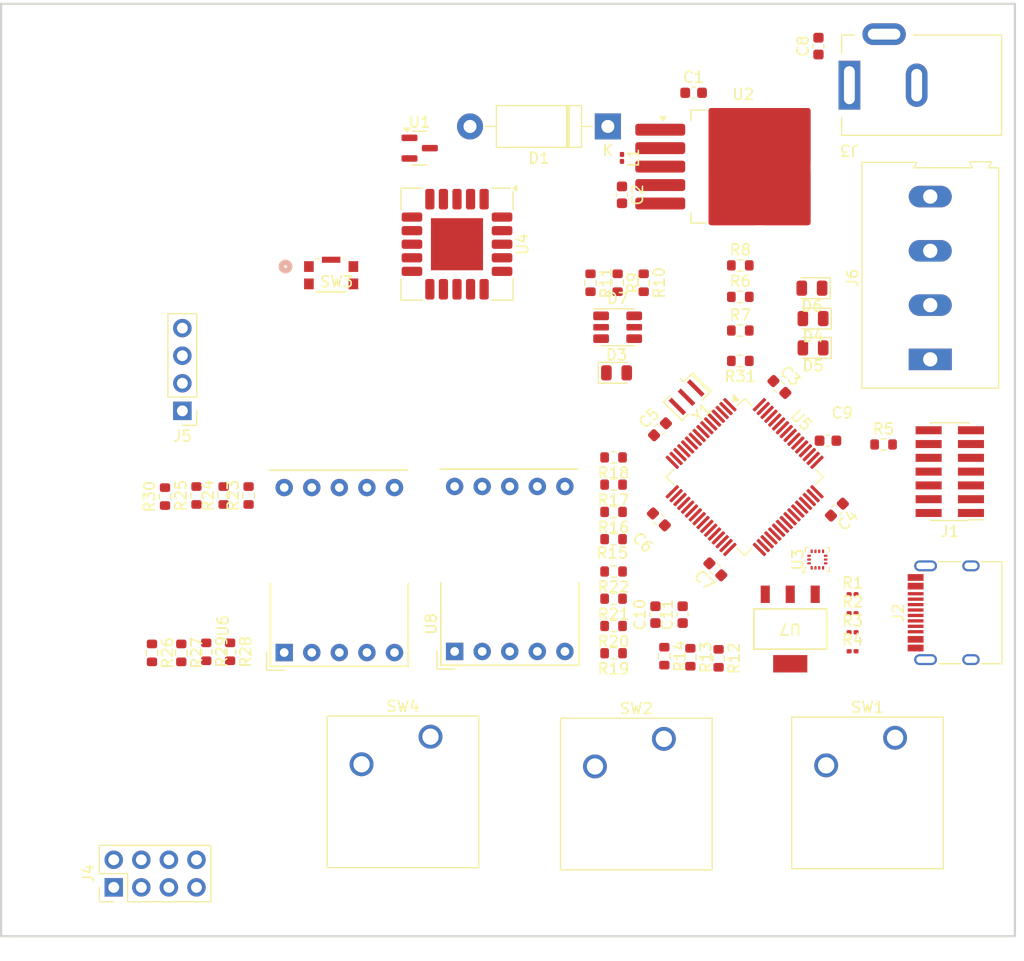
<source format=kicad_pcb>
(kicad_pcb (version 20240108) (generator "pcbnew") (generator_version "8.0")
  (layers (0 "F.Cu" signal "Signal1") (1 "In1.Cu" power "Ground Plane") (2 "In2.Cu" power "Power Plane") (31 "B.Cu" signal "Signal 2") (34 "B.Paste" user) (35 "F.Paste" user) (36 "B.SilkS" user "B.Silkscreen") (37 "F.SilkS" user "F.Silkscreen") (38 "B.Mask" user) (39 "F.Mask" user) (44 "Edge.Cuts" user))
  (net 0 "")
  (net 1 "GND")
  (net 2 "+9V")
  (net 3 "+3.3V")
  (net 4 "+5V")
  (net 5 "Net-(D1-K)")
  (net 6 "Net-(D3-A)")
  (net 7 "Net-(D4-A)")
  (net 8 "Net-(D5-A)")
  (net 9 "Net-(D6-A)")
  (net 10 "Net-(D7-RA)")
  (net 11 "Net-(D7-GA)")
  (net 12 "Net-(D7-BA)")
  (net 15 "/uC_rst")
  (net 16 "/uC_SWO")
  (net 18 "/Programmer_{tx}")
  (net 19 "/Programmer_{rx}")
  (net 21 "/uC_SWDIO")
  (net 22 "/uC_SWC")
  (net 23 "Net-(J2-CC2)")
  (net 25 "Net-(J2-D+-PadA6)")
  (net 26 "Net-(J2-CC1)")
  (net 27 "Net-(J2-D--PadA7)")
  (net 29 "/NRF_{CS}")
  (net 30 "/NRF_{IRQ}")
  (net 31 "/NRF_{SCK}")
  (net 32 "/NRF_{MISO}")
  (net 33 "/NRF_{~CS}")
  (net 34 "/NRF_{MOSI}")
  (net 35 "/OLED_{SDA}")
  (net 36 "/OLED_{SCL}")
  (net 37 "/GenericUART_{TX}")
  (net 38 "/GenericUART_{RX}")
  (net 39 "/D-")
  (net 40 "/D+")
  (net 41 "/StatusLED_{B}")
  (net 42 "/StatusLED_{R}")
  (net 43 "/StatusLED_{G}")
  (net 44 "/button2")
  (net 45 "/button1")
  (net 46 "/button3")
  (net 47 "Net-(U8-A)")
  (net 48 "/7seg_1_{A}")
  (net 49 "Net-(U8-B)")
  (net 50 "/7seg_1_{B}")
  (net 51 "/7seg_1_{C}")
  (net 52 "Net-(U8-C)")
  (net 53 "Net-(U8-D)")
  (net 54 "/7seg_1_{D}")
  (net 55 "/7seg_0_{E}")
  (net 56 "Net-(U8-E)")
  (net 57 "/7seg_1_{F}")
  (net 58 "Net-(U8-F)")
  (net 59 "Net-(U8-G)")
  (net 60 "/7seg_1_{G}")
  (net 61 "Net-(U8-DP)")
  (net 62 "/7seg_1_{DP}")
  (net 63 "Net-(U6-A)")
  (net 64 "/7seg_0_{A}")
  (net 65 "Net-(U6-B)")
  (net 66 "/7seg_0_{B}")
  (net 67 "/7seg_0_{C}")
  (net 68 "Net-(U6-C)")
  (net 69 "/7seg_0_{D}")
  (net 70 "Net-(U6-D)")
  (net 71 "Net-(U6-E)")
  (net 72 "Net-(U6-F)")
  (net 73 "/7seg_0_{F}")
  (net 74 "/7seg_0_{G}")
  (net 75 "Net-(U6-G)")
  (net 76 "Net-(U6-DP)")
  (net 77 "/7seg_0_{DP}")
  (net 78 "Net-(U5-PC6)")
  (net 79 "/temp_alg")
  (net 80 "/IMU_{MOSI}")
  (net 81 "/IMU_{MISO}")
  (net 82 "/IMU_{~CS}")
  (net 83 "/IMU_{SCLK}")
  (net 85 "/IMU_{int1}")
  (net 86 "/C02_{SCK}")
  (net 87 "/C02_{SDA}")
  (net 88 "Net-(U5-PD0)")
  (net 89 "Net-(U5-PD1)")
  (footprint "Capacitor_SMD:C_0603_1608Metric" (layer "F.Cu") (at 158.49 131.474999 90)
    (property "Reference" "C11" (at -0.000001 -1.429999 -90) (layer "F.SilkS"))
    (property "Value" "30u")
    (pad "1" smd roundrect (at -0.775001 0 90) (size 0.9 0.95) (layers "F.Cu" "F.Paste" "F.Mask") (net 3 "+3.3V"))
    (pad "2" smd roundrect (at 0.775001 0 90) (size 0.9 0.95) (layers "F.Cu" "F.Paste" "F.Mask") (net 1 "GND"))
  )
  (footprint "Capacitor_SMD:C_0603_1608Metric" (layer "F.Cu") (at 152.9 92.8 -90)
    (property "Reference" "C2" (at 0.000001 -1.429999 90) (layer "F.SilkS"))
    (property "Value" "100u")
    (pad "1" smd roundrect (at -0.775001 0 270) (size 0.9 0.95) (layers "F.Cu" "F.Paste" "F.Mask") (net 3 "+3.3V"))
    (pad "2" smd roundrect (at 0.775001 0 270) (size 0.9 0.95) (layers "F.Cu" "F.Paste" "F.Mask") (net 1 "GND"))
  )
  (footprint "Capacitor_SMD:C_0603_1608Metric" (layer "F.Cu") (at 156.3 122.7 135)
    (property "Reference" "C6" (at -0.441942 -2.543691 -45) (layer "F.SilkS"))
    (property "Value" "0.1u")
    (pad "1" smd roundrect (at -0.775 0 135) (size 0.9 0.95) (layers "F.Cu" "F.Paste" "F.Mask") (net 3 "+3.3V"))
    (pad "2" smd roundrect (at 0.775 0 135) (size 0.9 0.95) (layers "F.Cu" "F.Paste" "F.Mask") (net 1 "GND"))
  )
  (footprint "Capacitor_SMD:C_0603_1608Metric" (layer "F.Cu") (at 161.5 127.3 135)
    (property "Reference" "C7" (at -0.000001 -1.429998 -45) (layer "F.SilkS"))
    (property "Value" "0.1u")
    (pad "1" smd roundrect (at -0.775 0 135) (size 0.9 0.95) (layers "F.Cu" "F.Paste" "F.Mask") (net 3 "+3.3V"))
    (pad "2" smd roundrect (at 0.775 0 135) (size 0.9 0.95) (layers "F.Cu" "F.Paste" "F.Mask") (net 1 "GND"))
  )
  (footprint "Crystal:Resonator_SMD_Murata_CSTxExxV-3Pin_3.0x1.1mm" (layer "F.Cu") (at 158.848528 111.451472 -135)
    (property "Reference" "Y1" (at 0 -2.000001 -135) (layer "F.SilkS"))
    (property "Value" "16M")
    (pad "1" smd rect (at -1.2 0 225) (size 0.4 1.9) (layers "F.Cu" "F.Paste" "F.Mask") (net 88 "Net-(U5-PD0)"))
    (pad "2" smd rect (at 0 0 225) (size 0.4 1.9) (layers "F.Cu" "F.Paste" "F.Mask") (net 1 "GND"))
    (pad "3" smd rect (at 1.2 0 225) (size 0.4 1.9) (layers "F.Cu" "F.Paste" "F.Mask") (net 89 "Net-(U5-PD1)"))
  )
  (footprint "Resistor_SMD:R_0603_1608Metric" (layer "F.Cu") (at 114.6 134.9 -90)
    (property "Reference" "R29" (at 0.000001 -1.429999 90) (layer "F.SilkS"))
    (property "Value" "330")
    (pad "1" smd roundrect (at -0.825 0 270) (size 0.8 0.95) (layers "F.Cu" "F.Paste" "F.Mask") (net 74 "/7seg_0_{G}"))
    (pad "2" smd roundrect (at 0.825 0 270) (size 0.8 0.95) (layers "F.Cu" "F.Paste" "F.Mask") (net 75 "Net-(U6-G)"))
  )
  (footprint "Resistor_SMD:R_0603_1608Metric" (layer "F.Cu") (at 116.8 134.9 -90)
    (property "Reference" "R28" (at 0.000001 -1.429999 90) (layer "F.SilkS"))
    (property "Value" "330")
    (pad "1" smd roundrect (at -0.825 0 270) (size 0.8 0.95) (layers "F.Cu" "F.Paste" "F.Mask") (net 73 "/7seg_0_{F}"))
    (pad "2" smd roundrect (at 0.825 0 270) (size 0.8 0.95) (layers "F.Cu" "F.Paste" "F.Mask") (net 72 "Net-(U6-F)"))
  )
  (footprint "Resistor_SMD:R_0603_1608Metric" (layer "F.Cu") (at 163.8 105.3)
    (property "Reference" "R7" (at 0 -1.43 0) (layer "F.SilkS"))
    (property "Value" "350")
    (pad "1" smd roundrect (at -0.825 0) (size 0.8 0.95) (layers "F.Cu" "F.Paste" "F.Mask") (net 3 "+3.3V"))
    (pad "2" smd roundrect (at 0.825 0) (size 0.8 0.95) (layers "F.Cu" "F.Paste" "F.Mask") (net 8 "Net-(D5-A)"))
  )
  (footprint "Resistor_SMD:R_0603_1608Metric" (layer "F.Cu") (at 152.125 119.5 180)
    (property "Reference" "R17" (at 0 -1.429998 180) (layer "F.SilkS"))
    (property "Value" "330")
    (pad "1" smd roundrect (at -0.825 0 180) (size 0.8 0.95) (layers "F.Cu" "F.Paste" "F.Mask") (net 51 "/7seg_1_{C}"))
    (pad "2" smd roundrect (at 0.825 0 180) (size 0.8 0.95) (layers "F.Cu" "F.Paste" "F.Mask") (net 52 "Net-(U8-C)"))
  )
  (footprint "LED_SMD:LED_0805_2012Metric" (layer "F.Cu") (at 170.4 101.4 180)
    (property "Reference" "D6" (at 0 -1.649998 180) (layer "F.SilkS"))
    (property "Value" "LED")
    (pad "1" smd roundrect (at -0.9375 0 180) (size 0.975 1.4) (layers "F.Cu" "F.Paste" "F.Mask") (net 1 "GND"))
    (pad "2" smd roundrect (at 0.9375 0 180) (size 0.975 1.4) (layers "F.Cu" "F.Paste" "F.Mask") (net 9 "Net-(D6-A)"))
  )
  (footprint "Resistor_SMD:R_0603_1608Metric" (layer "F.Cu") (at 152.125 127.5 180)
    (property "Reference" "R22" (at 0 -1.429998 180) (layer "F.SilkS"))
    (property "Value" "330")
    (pad "1" smd roundrect (at -0.825 0 180) (size 0.8 0.95) (layers "F.Cu" "F.Paste" "F.Mask") (net 62 "/7seg_1_{DP}"))
    (pad "2" smd roundrect (at 0.825 0 180) (size 0.8 0.95) (layers "F.Cu" "F.Paste" "F.Mask") (net 61 "Net-(U8-DP)"))
  )
  (footprint "Package_QFP:LQFP-64_10x10mm_P0.5mm" (layer "F.Cu") (at 164.2 118.8 -45)
    (property "Reference" "U5" (at 0 -7.4 135) (layer "F.SilkS"))
    (property "Value" "STM32F103RGT6")
    (pad "1" smd roundrect (at -5.674999 -3.75 315) (size 1.55 0.3) (layers "F.Cu" "F.Paste" "F.Mask") (net 3 "+3.3V"))
    (pad "2" smd roundrect (at -5.674999 -3.250001 315) (size 1.55 0.3) (layers "F.Cu" "F.Paste" "F.Mask") (net 67 "/7seg_0_{C}"))
    (pad "3" smd roundrect (at -5.675 -2.75 315) (size 1.55 0.3) (layers "F.Cu" "F.Paste" "F.Mask") (net 66 "/7seg_0_{B}"))
    (pad "4" smd roundrect (at -5.675 -2.25 315) (size 1.55 0.3) (layers "F.Cu" "F.Paste" "F.Mask") (net 64 "/7seg_0_{A}"))
    (pad "5" smd roundrect (at -5.675002 -1.750001 315) (size 1.55 0.3) (layers "F.Cu" "F.Paste" "F.Mask") (net 88 "Net-(U5-PD0)"))
    (pad "6" smd roundrect (at -5.675 -1.249998 315) (size 1.55 0.3) (layers "F.Cu" "F.Paste" "F.Mask") (net 89 "Net-(U5-PD1)"))
    (pad "7" smd roundrect (at -5.675 -0.75 315) (size 1.55 0.3) (layers "F.Cu" "F.Paste" "F.Mask") (net 15 "/uC_rst"))
    (pad "8" smd roundrect (at -5.675001 -0.249999 315) (size 1.55 0.3) (layers "F.Cu" "F.Paste" "F.Mask") (net 82 "/IMU_{~CS}"))
    (pad "9" smd roundrect (at -5.675 0.250002 315) (size 1.55 0.3) (layers "F.Cu" "F.Paste" "F.Mask") (net 77 "/7seg_0_{DP}"))
    (pad "10" smd roundrect (at -5.675 0.75 315) (size 1.55 0.3) (layers "F.Cu" "F.Paste" "F.Mask") (net 74 "/7seg_0_{G}"))
    (pad "11" smd roundrect (at -5.675 1.249998 315) (size 1.55 0.3) (layers "F.Cu" "F.Paste" "F.Mask") (net 73 "/7seg_0_{F}"))
    (pad "12" smd roundrect (at -5.674996 1.749999 315) (size 1.55 0.3) (layers "F.Cu" "F.Paste" "F.Mask") (net 1 "GND"))
    (pad "13" smd roundrect (at -5.675 2.25 315) (size 1.55 0.3) (layers "F.Cu" "F.Paste" "F.Mask") (net 3 "+3.3V"))
    (pad "14" smd roundrect (at -5.675 2.75 315) (size 1.55 0.3) (layers "F.Cu" "F.Paste" "F.Mask") (net 79 "/temp_alg"))
    (pad "15" smd roundrect (at -5.674999 3.250001 315) (size 1.55 0.3) (layers "F.Cu" "F.Paste" "F.Mask") (net 30 "/NRF_{IRQ}"))
    (pad "16" smd roundrect (at -5.674999 3.75 315) (size 1.55 0.3) (layers "F.Cu" "F.Paste" "F.Mask") (net 54 "/7seg_1_{D}"))
    (pad "17" smd roundrect (at -3.75 5.674999 315) (size 0.3 1.55) (layers "F.Cu" "F.Paste" "F.Mask") (net 33 "/NRF_{~CS}"))
    (pad "18" smd roundrect (at -3.250001 5.674999 315) (size 0.3 1.55) (layers "F.Cu" "F.Paste" "F.Mask") (net 1 "GND"))
    (pad "19" smd roundrect (at -2.75 5.675 315) (size 0.3 1.55) (layers "F.Cu" "F.Paste" "F.Mask") (net 3 "+3.3V"))
    (pad "20" smd roundrect (at -2.25 5.675 315) (size 0.3 1.55) (layers "F.Cu" "F.Paste" "F.Mask") (net 29 "/NRF_{CS}"))
    (pad "21" smd roundrect (at -1.750001 5.675002 315) (size 0.3 1.55) (layers "F.Cu" "F.Paste" "F.Mask") (net 31 "/NRF_{SCK}"))
    (pad "22" smd roundrect (at -1.249998 5.675 315) (size 0.3 1.55) (layers "F.Cu" "F.Paste" "F.Mask") (net 32 "/NRF_{MISO}"))
    (pad "23" smd roundrect (at -0.75 5.675 315) (size 0.3 1.55) (layers "F.Cu" "F.Paste" "F.Mask") (net 34 "/NRF_{MOSI}"))
    (pad "24" smd roundrect (at -0.249999 5.675001 315) (size 0.3 1.55) (layers "F.Cu" "F.Paste" "F.Mask") (net 44 "/button2"))
    (pad "25" smd roundrect (at 0.250002 5.675 315) (size 0.3 1.55) (layers "F.Cu" "F.Paste" "F.Mask") (net 45 "/button1"))
    (pad "26" smd roundrect (at 0.75 5.675 315) (size 0.3 1.55) (layers "F.Cu" "F.Paste" "F.Mask") (net 43 "/StatusLED_{G}"))
    (pad "27" smd roundrect (at 1.249998 5.675 315) (size 0.3 1.55) (layers "F.Cu" "F.Paste" "F.Mask") (net 42 "/StatusLED_{R}"))
    (pad "28" smd roundrect (at 1.749999 5.674996 315) (size 0.3 1.55) (layers "F.Cu" "F.Paste" "F.Mask") (net 41 "/StatusLED_{B}"))
    (pad "29" smd roundrect (at 2.25 5.675 315) (size 0.3 1.55) (layers "F.Cu" "F.Paste" "F.Mask") (net 36 "/OLED_{SCL}"))
    (pad "30" smd roundrect (at 2.75 5.675 315) (size 0.3 1.55) (layers "F.Cu" "F.Paste" "F.Mask") (net 35 "/OLED_{SDA}"))
    (pad "31" smd roundrect (at 3.250001 5.674999 315) (size 0.3 1.55) (layers "F.Cu" "F.Paste" "F.Mask") (net 1 "GND"))
    (pad "32" smd roundrect (at 3.75 5.674999 315) (size 0.3 1.55) (layers "F.Cu" "F.Paste" "F.Mask") (net 3 "+3.3V"))
    (pad "33" smd roundrect (at 5.674999 3.75 315) (size 1.55 0.3) (layers "F.Cu" "F.Paste" "F.Mask") (net 46 "/button3"))
    (pad "34" smd roundrect (at 5.674999 3.250001 315) (size 1.55 0.3) (layers "F.Cu" "F.Paste" "F.Mask") (net 83 "/IMU_{SCLK}"))
    (pad "35" smd roundrect (at 5.675 2.75 315) (size 1.55 0.3) (layers "F.Cu" "F.Paste" "F.Mask") (net 81 "/IMU_{MISO}"))
    (pad "36" smd roundrect (at 5.675 2.25 315) (size 1.55 0.3) (layers "F.Cu" "F.Paste" "F.Mask") (net 80 "/IMU_{MOSI}"))
    (pad "37" smd roundrect (at 5.675002 1.750001 315) (size 1.55 0.3) (layers "F.Cu" "F.Paste" "F.Mask") (net 78 "Net-(U5-PC6)"))
    (pad "38" smd roundrect (at 5.675 1.249998 315) (size 1.55 0.3) (layers "F.Cu" "F.Paste" "F.Mask") (net 55 "/7seg_0_{E}"))
    (pad "39" smd roundrect (at 5.675 0.75 315) (size 1.55 0.3) (layers "F.Cu" "F.Paste" "F.Mask") (net 69 "/7seg_0_{D}"))
    (pad "40" smd roundrect (at 5.675001 0.249999 315) (size 1.55 0.3) (layers "F.Cu" "F.Paste" "F.Mask") (net 85 "/IMU_{int1}"))
    (pad "41" smd roundrect (at 5.675 -0.250002 315) (size 1.55 0.3) (layers "F.Cu" "F.Paste" "F.Mask") (net 48 "/7seg_1_{A}"))
    (pad "42" smd roundrect (at 5.675 -0.75 315) (size 1.55 0.3) (layers "F.Cu" "F.Paste" "F.Mask") (net 50 "/7seg_1_{B}"))
    (pad "43" smd roundrect (at 5.675 -1.249998 315) (size 1.55 0.3) (layers "F.Cu" "F.Paste" "F.Mask") (net 51 "/7seg_1_{C}"))
    (pad "44" smd roundrect (at 5.674996 -1.749999 315) (size 1.55 0.3) (layers "F.Cu" "F.Paste" "F.Mask") (net 39 "/D-"))
    (pad "45" smd roundrect (at 5.675 -2.25 315) (size 1.55 0.3) (layers "F.Cu" "F.Paste" "F.Mask") (net 40 "/D+"))
    (pad "46" smd roundrect (at 5.675 -2.75 315) (size 1.55 0.3) (layers "F.Cu" "F.Paste" "F.Mask") (net 21 "/uC_SWDIO"))
    (pad "47" smd roundrect (at 5.674999 -3.250001 315) (size 1.55 0.3) (layers "F.Cu" "F.Paste" "F.Mask") (net 1 "GND"))
    (pad "48" smd roundrect (at 5.674999 -3.75 315) (size 1.55 0.3) (layers "F.Cu" "F.Paste" "F.Mask") (net 3 "+3.3V"))
    (pad "49" smd roundrect (at 3.75 -5.674999 315) (size 0.3 1.55) (layers "F.Cu" "F.Paste" "F.Mask") (net 22 "/uC_SWC"))
    (pad "50" smd roundrect (at 3.250001 -5.674999 315) (size 0.3 1.55) (layers "F.Cu" "F.Paste" "F.Mask") (net 51 "/7seg_1_{C}"))
    (pad "51" smd roundrect (at 2.75 -5.675 315) (size 0.3 1.55) (layers "F.Cu" "F.Paste" "F.Mask") (net 19 "/Programmer_{rx}"))
    (pad "52" smd roundrect (at 2.25 -5.675 315) (size 0.3 1.55) (layers "F.Cu" "F.Paste" "F.Mask") (net 18 "/Programmer_{tx}"))
    (pad "53" smd roundrect (at 1.750001 -5.675002 315) (size 0.3 1.55) (layers "F.Cu" "F.Paste" "F.Mask") (net 37 "/GenericUART_{TX}"))
    (pad "54" smd roundrect (at 1.249998 -5.675 315) (size 0.3 1.55) (layers "F.Cu" "F.Paste" "F.Mask") (net 38 "/GenericUART_{RX}"))
    (pad "55" smd roundrect (at 0.75 -5.675 315) (size 0.3 1.55) (layers "F.Cu" "F.Paste" "F.Mask") (net 16 "/uC_SWO"))
    (pad "56" smd roundrect (at 0.249999 -5.675001 315) (size 0.3 1.55) (layers "F.Cu" "F.Paste" "F.Mask") (net 55 "/7seg_0_{E}"))
    (pad "57" smd roundrect (at -0.250002 -5.675 315) (size 0.3 1.55) (layers "F.Cu" "F.Paste" "F.Mask") (net 57 "/7seg_1_{F}"))
    (pad "58" smd roundrect (at -0.75 -5.675 315) (size 0.3 1.55) (layers "F.Cu" "F.Paste" "F.Mask") (net 60 "/7seg_1_{G}"))
    (pad "59" smd roundrect (at -1.249998 -5.675 315) (size 0.3 1.55) (layers "F.Cu" "F.Paste" "F.Mask") (net 87 "/C02_{SDA}"))
    (pad "60" smd roundrect (at -1.749999 -5.674996 315) (size 0.3 1.55) (layers "F.Cu" "F.Paste" "F.Mask") (net 1 "GND"))
    (pad "61" smd roundrect (at -2.25 -5.675 315) (size 0.3 1.55) (layers "F.Cu" "F.Paste" "F.Mask") (net 86 "/C02_{SCK}"))
    (pad "62" smd roundrect (at -2.75 -5.675 315) (size 0.3 1.55) (layers "F.Cu" "F.Paste" "F.Mask") (net 62 "/7seg_1_{DP}"))
    (pad "63" smd roundrect (at -3.250001 -5.674999 315) (size 0.3 1.55) (layers "F.Cu" "F.Paste" "F.Mask") (net 1 "GND"))
    (pad "64" smd roundrect (at -3.75 -5.674999 315) (size 0.3 1.55) (layers "F.Cu" "F.Paste" "F.Mask") (net 3 "+3.3V"))
  )
  (footprint "Capacitor_SMD:C_0603_1608Metric" (layer "F.Cu") (at 156.4 114.4 45)
    (property "Reference" "C5" (at -0.000001 -1.43 45) (layer "F.SilkS"))
    (property "Value" "0.1u")
    (pad "1" smd roundrect (at -0.775 0 45) (size 0.9 0.95) (layers "F.Cu" "F.Paste" "F.Mask") (net 3 "+3.3V"))
    (pad "2" smd roundrect (at 0.775 0 45) (size 0.9 0.95) (layers "F.Cu" "F.Paste" "F.Mask") (net 1 "GND"))
  )
  (footprint "old flightstick footpritns:KMR2_G_CNK" (layer "F.Cu") (at 126.107 100.206402)
    (property "Reference" "SW3" (at 0.5 0.6 0) (layer "F.SilkS"))
    (property "Value" "KMR223G LFG")
    (pad "1" smd rect (at -2.049997 -0.799999) (size 0.889 0.9906) (layers "F.Cu" "F.Paste" "F.Mask") (net 15 "/uC_rst"))
    (pad "2" smd rect (at 2.049999 -0.799999) (size 0.889 0.9906) (layers "F.Cu" "F.Paste" "F.Mask") (net 15 "/uC_rst"))
    (pad "3" smd rect (at -2.049999 0.799999) (size 0.889 0.9906) (layers "F.Cu" "F.Paste" "F.Mask") (net 1 "GND"))
    (pad "4" smd rect (at 2.049997 0.799999) (size 0.889 0.9906) (layers "F.Cu" "F.Paste" "F.Mask") (net 1 "GND"))
    (pad "5" smd rect (at -0.000001 -1.424999) (size 1.7018 0.5588) (layers "F.Cu" "F.Paste" "F.Mask") (net 1 "GND"))
  )
  (footprint "Connector_PinHeader_2.54mm:PinHeader_2x04_P2.54mm_Vertical" (layer "F.Cu") (at 106.08 156.6 90)
    (property "Reference" "J4" (at 1.269999 -2.33 -90) (layer "F.SilkS"))
    (property "Value" "NRF24L01 + PA/LNA")
    (pad "1" thru_hole rect (at 0 0 90) (size 1.7 1.7) (drill 1) (layers "*.Cu" "*.Mask") (net 3 "+3.3V"))
    (pad "2" thru_hole oval (at 2.540004 0.000002 90) (size 1.7 1.7) (drill 1) (layers "*.Cu" "*.Mask") (net 1 "GND"))
    (pad "3" thru_hole oval (at -0.000002 2.540004 90) (size 1.7 1.7) (drill 1) (layers "*.Cu" "*.Mask") (net 29 "/NRF_{CS}"))
    (pad "4" thru_hole oval (at 2.54 2.54 90) (size 1.7 1.7) (drill 1) (layers "*.Cu" "*.Mask") (net 33 "/NRF_{~CS}"))
    (pad "5" thru_hole oval (at 0 5.08 90) (size 1.7 1.7) (drill 1) (layers "*.Cu" "*.Mask") (net 31 "/NRF_{SCK}"))
    (pad "6" thru_hole oval (at 2.540002 5.08 90) (size 1.7 1.7) (drill 1) (layers "*.Cu" "*.Mask") (net 34 "/NRF_{MOSI}"))
    (pad "7" thru_hole oval (at 0 7.62 90) (size 1.7 1.7) (drill 1) (layers "*.Cu" "*.Mask") (net 32 "/NRF_{MISO}"))
    (pad "8" thru_hole oval (at 2.539999 7.62 90) (size 1.7 1.7) (drill 1) (layers "*.Cu" "*.Mask") (net 30 "/NRF_{IRQ}"))
  )
  (footprint "Inductor_SMD:L_0201_0603Metric" (layer "F.Cu") (at 152.9 89.4 -90)
    (property "Reference" "L1" (at 0 -1.05 90) (layer "F.SilkS"))
    (property "Value" "100u")
    (pad "1" smd roundrect (at -0.32 0 270) (size 0.46 0.4) (layers "F.Cu" "F.Mask") (net 5 "Net-(D1-K)"))
    (pad "2" smd roundrect (at 0.32 0 270) (size 0.46 0.4) (layers "F.Cu" "F.Mask") (net 3 "+3.3V"))
  )
  (footprint "Resistor_SMD:R_0603_1608Metric" (layer "F.Cu") (at 150 100.9 -90)
    (property "Reference" "R11" (at 0.000001 -1.429999 90) (layer "F.SilkS"))
    (property "Value" "50")
    (pad "1" smd roundrect (at -0.825 0 270) (size 0.8 0.95) (layers "F.Cu" "F.Paste" "F.Mask") (net 43 "/StatusLED_{G}"))
    (pad "2" smd roundrect (at 0.825 0 270) (size 0.8 0.95) (layers "F.Cu" "F.Paste" "F.Mask") (net 11 "Net-(D7-GA)"))
  )
  (footprint "Sensor:Sensirion_SCD4x-1EP_10.1x10.1mm_P1.25mm_EP4.8x4.8mm" (layer "F.Cu") (at 137.700002 97.349997 -90)
    (property "Reference" "U4" (at 0 -6.050001 90) (layer "F.SilkS"))
    (property "Value" "SCD40-D-R1")
    (pad "1" smd roundrect (at -4.15 -2.500001 270) (size 1.9 0.85) (layers "F.Cu" "F.Paste" "F.Mask"))
    (pad "2" smd roundrect (at -4.15 -1.25 270) (size 1.9 0.85) (layers "F.Cu" "F.Paste" "F.Mask"))
    (pad "3" smd roundrect (at -4.15 0 270) (size 1.9 0.85) (layers "F.Cu" "F.Paste" "F.Mask"))
    (pad "4" smd roundrect (at -4.15 1.25 270) (size 1.9 0.85) (layers "F.Cu" "F.Paste" "F.Mask"))
    (pad "5" smd roundrect (at -4.150003 2.499998 270) (size 1.9 0.85) (layers "F.Cu" "F.Paste" "F.Mask"))
    (pad "6" smd roundrect (at -2.500001 4.15 270) (size 0.85 1.9) (layers "F.Cu" "F.Paste" "F.Mask") (net 1 "GND"))
    (pad "7" smd roundrect (at -1.25 4.15 270) (size 0.85 1.9) (layers "F.Cu" "F.Paste" "F.Mask") (net 3 "+3.3V"))
    (pad "8" smd roundrect (at 0 4.15 270) (size 0.85 1.9) (layers "F.Cu" "F.Paste" "F.Mask"))
    (pad "9" smd roundrect (at 1.25 4.15 270) (size 0.85 1.9) (layers "F.Cu" "F.Paste" "F.Mask") (net 86 "/C02_{SCK}"))
    (pad "10" smd roundrect (at 2.499998 4.150003 270) (size 0.85 1.9) (layers "F.Cu" "F.Paste" "F.Mask") (net 87 "/C02_{SDA}"))
    (pad "11" smd roundrect (at 4.15 2.500001 270) (size 1.9 0.85) (layers "F.Cu" "F.Paste" "F.Mask"))
    (pad "12" smd roundrect (at 4.15 1.25 270) (size 1.9 0.85) (layers "F.Cu" "F.Paste" "F.Mask"))
    (pad "13" smd roundrect (at 4.15 0 270) (size 1.9 0.85) (layers "F.Cu" "F.Paste" "F.Mask"))
    (pad "14" smd roundrect (at 4.15 -1.25 270) (size 1.9 0.85) (layers "F.Cu" "F.Paste" "F.Mask"))
    (pad "15" smd roundrect (at 4.150003 -2.499998 270) (size 1.9 0.85) (layers "F.Cu" "F.Paste" "F.Mask"))
    (pad "16" smd roundrect (at 2.500001 -4.15 270) (size 0.85 1.9) (layers "F.Cu" "F.Paste" "F.Mask"))
    (pad "17" smd roundrect (at 1.25 -4.15 270) (size 0.85 1.9) (layers "F.Cu" "F.Paste" "F.Mask"))
    (pad "18" smd roundrect (at 0 -4.15 270) (size 0.85 1.9) (layers "F.Cu" "F.Paste" "F.Mask"))
    (pad "19" smd roundrect (at -1.25 -4.15 270) (size 0.85 1.9) (layers "F.Cu" "F.Paste" "F.Mask") (net 3 "+3.3V"))
    (pad "20" smd roundrect (at -2.499998 -4.150003 270) (size 0.85 1.9) (layers "F.Cu" "F.Paste" "F.Mask") (net 1 "GND"))
    (pad "21" smd rect (at 0 0 270) (size 4.8 4.8) (property pad_prop_heatsink) (layers "F.Cu" "F.Mask") (net 1 "GND"))
  )
  (footprint "Connector_BarrelJack:BarrelJack_Kycon_KLDX-0202-xC_Horizontal" (layer "F.Cu") (at 173.850001 82.700001 180)
    (property "Reference" "J3" (at 0 -6.000001 180) (layer "F.SilkS"))
    (property "Value" "Barrel_Jack_Switch")
    (pad "1" thru_hole rect (at 0 0 180) (size 2 4.5) (drill oval 1 3.5) (layers "*.Cu" "*.Mask") (net 2 "+9V"))
    (pad "2" thru_hole oval (at -6.2 0 180) (size 2 4) (drill oval 1 3) (layers "*.Cu" "*.Mask") (net 1 "GND"))
    (pad "3" thru_hole oval (at -3.2 4.7 270) (size 2 4) (drill oval 1 3) (layers "*.Cu" "*.Mask") (net 1 "GND"))
  )
  (footprint "LED_SMD:LED_0805_2012Metric" (layer "F.Cu") (at 152.4 109.2)
    (property "Reference" "D3" (at 0 -1.65 0) (layer "F.SilkS"))
    (property "Value" "LED")
    (pad "1" smd roundrect (at -0.9375 0) (size 0.975 1.4) (layers "F.Cu" "F.Paste" "F.Mask") (net 1 "GND"))
    (pad "2" smd roundrect (at 0.9375 0) (size 0.975 1.4) (layers "F.Cu" "F.Paste" "F.Mask") (net 6 "Net-(D3-A)"))
  )
  (footprint "Resistor_SMD:R_0603_1608Metric" (layer "F.Cu") (at 161.8 135.5 -90)
    (property "Reference" "R12" (at 0.000001 -1.429999 90) (layer "F.SilkS"))
    (property "Value" "10k")
    (pad "1" smd roundrect (at -0.825 0 270) (size 0.8 0.95) (layers "F.Cu" "F.Paste" "F.Mask") (net 44 "/button2"))
    (pad "2" smd roundrect (at 0.825 0 270) (size 0.8 0.95) (layers "F.Cu" "F.Paste" "F.Mask") (net 1 "GND"))
  )
  (footprint "Capacitor_SMD:C_0603_1608Metric" (layer "F.Cu") (at 171.875 115.45)
    (property "Reference" "C9" (at 1.31 -2.56 0) (layer "F.SilkS"))
    (property "Value" "100u")
    (pad "1" smd roundrect (at -0.775 0) (size 0.9 0.95) (layers "F.Cu" "F.Paste" "F.Mask") (net 4 "+5V"))
    (pad "2" smd roundrect (at 0.775 0) (size 0.9 0.95) (layers "F.Cu" "F.Paste" "F.Mask") (net 1 "GND"))
  )
  (footprint "Connector_PinHeader_1.27mm:PinHeader_2x07_P1.27mm_Vertical_SMD" (layer "F.Cu") (at 183.1 118.3 180)
    (property "Reference" "J1" (at 0 -5.505 180) (layer "F.SilkS"))
    (property "Value" "Conn_ST_STDC14")
    (pad "1" smd rect (at -1.950003 -3.810001 180) (size 2.4 0.74) (layers "F.Cu" "F.Paste" "F.Mask"))
    (pad "2" smd rect (at 1.950002 -3.810001 180) (size 2.4 0.74) (layers "F.Cu" "F.Paste" "F.Mask"))
    (pad "3" smd rect (at -1.950003 -2.54 180) (size 2.4 0.74) (layers "F.Cu" "F.Paste" "F.Mask") (net 3 "+3.3V"))
    (pad "4" smd rect (at 1.95 -2.540003 180) (size 2.4 0.74) (layers "F.Cu" "F.Paste" "F.Mask") (net 21 "/uC_SWDIO"))
    (pad "5" smd rect (at -1.950002 -1.27 180) (size 2.4 0.74) (layers "F.Cu" "F.Paste" "F.Mask") (net 1 "GND"))
    (pad "6" smd rect (at 1.949998 -1.270001 180) (size 2.4 0.74) (layers "F.Cu" "F.Paste" "F.Mask") (net 22 "/uC_SWC"))
    (pad "7" smd rect (at -1.95 0 180) (size 2.4 0.74) (layers "F.Cu" "F.Paste" "F.Mask") (net 1 "GND"))
    (pad "8" smd rect (at 1.95 0 180) (size 2.4 0.74) (layers "F.Cu" "F.Paste" "F.Mask") (net 16 "/uC_SWO"))
    (pad "9" smd rect (at -1.949998 1.270001 180) (size 2.4 0.74) (layers "F.Cu" "F.Paste" "F.Mask"))
    (pad "10" smd rect (at 1.950002 1.27 180) (size 2.4 0.74) (layers "F.Cu" "F.Paste" "F.Mask"))
    (pad "11" smd rect (at -1.95 2.540003 180) (size 2.4 0.74) (layers "F.Cu" "F.Paste" "F.Mask") (net 1 "GND"))
    (pad "12" smd rect (at 1.950003 2.54 180) (size 2.4 0.74) (layers "F.Cu" "F.Paste" "F.Mask") (net 15 "/uC_rst"))
    (pad "13" smd rect (at -1.950002 3.810001 180) (size 2.4 0.74) (layers "F.Cu" "F.Paste" "F.Mask") (net 19 "/Programmer_{rx}"))
    (pad "14" smd rect (at 1.950003 3.810001 180) (size 2.4 0.74) (layers "F.Cu" "F.Paste" "F.Mask") (net 18 "/Programmer_{tx}"))
  )
  (footprint "Resistor_SMD:R_0603_1608Metric" (layer "F.Cu") (at 118.5 120.5 90)
    (property "Reference" "R23" (at -0.000001 -1.429999 270) (layer "F.SilkS"))
    (property "Value" "330")
    (pad "1" smd roundrect (at -0.825 0 90) (size 0.8 0.95) (layers "F.Cu" "F.Paste" "F.Mask") (net 64 "/7seg_0_{A}"))
    (pad "2" smd roundrect (at 0.825 0 90) (size 0.8 0.95) (layers "F.Cu" "F.Paste" "F.Mask") (net 63 "Net-(U6-A)"))
  )
  (footprint "Resistor_SMD:R_0201_0603Metric" (layer "F.Cu") (at 174.145 131.35)
    (property "Reference" "R2" (at 0 -1.05 0) (layer "F.SilkS"))
    (property "Value" "5.1k")
    (pad "1" smd roundrect (at -0.32 0) (size 0.46 0.4) (layers "F.Cu" "F.Mask") (net 1 "GND"))
    (pad "2" smd roundrect (at 0.32 0) (size 0.46 0.4) (layers "F.Cu" "F.Mask") (net 23 "Net-(J2-CC2)"))
  )
  (footprint "Resistor_SMD:R_0603_1608Metric" (layer "F.Cu") (at 152.125 130.01 180)
    (property "Reference" "R21" (at 0 -1.429998 180) (layer "F.SilkS"))
    (property "Value" "330")
    (pad "1" smd roundrect (at -0.825 0 180) (size 0.8 0.95) (layers "F.Cu" "F.Paste" "F.Mask") (net 60 "/7seg_1_{G}"))
    (pad "2" smd roundrect (at 0.825 0 180) (size 0.8 0.95) (layers "F.Cu" "F.Paste" "F.Mask") (net 59 "Net-(U8-G)"))
  )
  (footprint "Connector_USB:USB_C_Receptacle_HRO_TYPE-C-31-M-12" (layer "F.Cu") (at 184 131.3 90)
    (property "Reference" "J2" (at 0 -5.645001 270) (layer "F.SilkS"))
    (property "Value" "USB_C_Receptacle_USB2.0_16P")
    (pad "" np_thru_hole circle (at -2.89 -2.6 90) (size 0.65 0.65) (drill 0.65) (layers "*.Cu" "*.Mask"))
    (pad "" np_thru_hole circle (at 2.89 -2.6 90) (size 0.65 0.65) (drill 0.65) (layers "*.Cu" "*.Mask"))
    (pad "A1" smd rect (at -3.249999 -4.045 90) (size 0.6 1.45) (layers "F.Cu" "F.Paste" "F.Mask") (net 1 "GND"))
    (pad "A4" smd rect (at -2.449998 -4.044999 90) (size 0.6 1.45) (layers "F.Cu" "F.Paste" "F.Mask") (net 4 "+5V"))
    (pad "A5" smd rect (at -1.25 -4.045 90) (size 0.3 1.45) (layers "F.Cu" "F.Paste" "F.Mask") (net 26 "Net-(J2-CC1)"))
    (pad "A6" smd rect (at -0.249997 -4.045 90) (size 0.3 1.45) (layers "F.Cu" "F.Paste" "F.Mask") (net 25 "Net-(J2-D+-PadA6)"))
    (pad "A7" smd rect (at 0.25 -4.045002 90) (size 0.3 1.45) (layers "F.Cu" "F.Paste" "F.Mask") (net 27 "Net-(J2-D--PadA7)"))
    (pad "A8" smd rect (at 1.25 -4.045 90) (size 0.3 1.45) (layers "F.Cu" "F.Paste" "F.Mask"))
    (pad "A9" smd rect (at 2.45 -4.045002 90) (size 0.6 1.45) (layers "F.Cu" "F.Paste" "F.Mask") (net 4 "+5V"))
    (pad "A12" smd rect (at 3.25 -4.045 90) (size 0.6 1.45) (layers "F.Cu" "F.Paste" "F.Mask") (net 1 "GND"))
    (pad "B1" smd rect (at 3.25 -4.045 90) (size 0.6 1.45) (layers "F.Cu" "F.Paste" "F.Mask") (net 1 "GND"))
    (pad "B4" smd rect (at 2.45 -4.045002 90) (size 0.6 1.45) (layers "F.Cu" "F.Paste" "F.Mask") (net 4 "+5V"))
    (pad "B5" smd rect (at 1.749999 -4.044997 90) (size 0.3 1.45) (layers "F.Cu" "F.Paste" "F.Mask") (net 23 "Net-(J2-CC2)"))
    (pad "B6" smd rect (at 0.749999 -4.045 90) (size 0.3 1.45) (layers "F.Cu" "F.Paste" "F.Mask") (net 25 "Net-(J2-D+-PadA6)"))
    (pad "B7" smd rect (at -0.75 -4.045 90) (size 0.3 1.45) (layers "F.Cu" "F.Paste" "F.Mask") (net 27 "Net-(J2-D--PadA7)"))
    (pad "B8" smd rect (at -1.75 -4.044999 90) (size 0.3 1.45) (layers "F.Cu" "F.Paste" "F.Mask"))
    (pad "B9" smd rect (at -2.449998 -4.044999 90) (size 0.6 1.45) (layers "F.Cu" "F.Paste" "F.Mask") (net 4 "+5V"))
    (pad "B12" smd rect (at -3.249999 -4.045 90) (size 0.6 1.45) (layers "F.Cu" "F.Paste" "F.Mask") (net 1 "GND"))
    (pad "S1" thru_hole oval (at -4.320001 1.049999 90) (size 1 1.6) (drill oval 0.6 1.2) (layers "*.Cu" "*.Mask") (net 1 "GND"))
    (pad "S1" thru_hole oval (at -4.319998 -3.130001 90) (size 1 2.1) (drill oval 0.6 1.7) (layers "*.Cu" "*.Mask") (net 1 "GND"))
    (pad "S1" thru_hole oval (at 4.32 -3.129999 90) (size 1 2.1) (drill oval 0.6 1.7) (layers "*.Cu" "*.Mask") (net 1 "GND"))
    (pad "S1" thru_hole oval (at 4.320001 1.050001 90) (size 1 1.6) (drill oval 0.6 1.2) (layers "*.Cu" "*.Mask") (net 1 "GND"))
  )
  (footprint "LED_SMD:LED_0805_2012Metric" (layer "F.Cu") (at 170.5 106.9 180)
    (property "Reference" "D5" (at 0 -1.649998 180) (layer "F.SilkS"))
    (property "Value" "LED")
    (pad "1" smd roundrect (at -0.9375 0 180) (size 0.975 1.4) (layers "F.Cu" "F.Paste" "F.Mask") (net 1 "GND"))
    (pad "2" smd roundrect (at 0.9375 0 180) (size 0.975 1.4) (layers "F.Cu" "F.Paste" "F.Mask") (net 8 "Net-(D5-A)"))
  )
  (footprint "TerminalBlock:TerminalBlock_Altech_AK300-4_P5.00mm" (layer "F.Cu") (at 181.299999 107.959999 90)
    (property "Reference" "J6" (at 7.5 -7.149999 -90) (layer "F.SilkS"))
    (property "Value" "Conn_01x04_Pin")
    (pad "1" thru_hole rect (at 0 0 90) (size 1.98 3.96) (drill 1.32) (layers "*.Cu" "*.Mask") (net 3 "+3.3V"))
    (pad "2" thru_hole oval (at 5 0 90) (size 1.98 3.96) (drill 1.32) (layers "*.Cu" "*.Mask") (net 37 "/GenericUART_{TX}"))
    (pad "3" thru_hole oval (at 9.999999 -0.000001 90) (size 1.98 3.96) (drill 1.32) (layers "*.Cu" "*.Mask") (net 38 "/GenericUART_{RX}"))
    (pad "4" thru_hole oval (at 15 0 90) (size 1.98 3.96) (drill 1.32) (layers "*.Cu" "*.Mask") (net 1 "GND"))
  )
  (footprint "Resistor_SMD:R_0201_0603Metric" (layer "F.Cu") (at 174.145 133.1)
    (property "Reference" "R3" (at 0 -1.05 0) (layer "F.SilkS"))
    (property "Value" "22")
    (pad "1" smd roundrect (at -0.32 0) (size 0.46 0.4) (layers "F.Cu" "F.Mask") (net 39 "/D-"))
    (pad "2" smd roundrect (at 0.32 0) (size 0.46 0.4) (layers "F.Cu" "F.Mask") (net 27 "Net-(J2-D--PadA7)"))
  )
  (footprint "Resistor_SMD:R_0603_1608Metric" (layer "F.Cu") (at 156.8 135.3 -90)
    (property "Reference" "R14" (at 0.000001 -1.429999 90) (layer "F.SilkS"))
    (property "Value" "10k")
    (pad "1" smd roundrect (at -0.825 0 270) (size 0.8 0.95) (layers "F.Cu" "F.Paste" "F.Mask") (net 46 "/button3"))
    (pad "2" smd roundrect (at 0.825 0 270) (size 0.8 0.95) (layers "F.Cu" "F.Paste" "F.Mask") (net 1 "GND"))
  )
  (footprint "Capacitor_SMD:C_0603_1608Metric" (layer "F.Cu") (at 172.7 121.8 -135)
    (property "Reference" "C4" (at 0.000001 -1.429998 -135) (layer "F.SilkS"))
    (property "Value" "0.1u")
    (pad "1" smd roundrect (at -0.775 0 225) (size 0.9 0.95) (layers "F.Cu" "F.Paste" "F.Mask") (net 3 "+3.3V"))
    (pad "2" smd roundrect (at 0.775 0 225) (size 0.9 0.95) (layers "F.Cu" "F.Paste" "F.Mask") (net 1 "GND"))
  )
  (footprint "Resistor_SMD:R_0603_1608Metric" (layer "F.Cu") (at 163.8 102.2)
    (property "Reference" "R6" (at 0 -1.43 0) (layer "F.SilkS"))
    (property "Value" "500")
    (pad "1" smd roundrect (at -0.825 0) (size 0.8 0.95) (layers "F.Cu" "F.Paste" "F.Mask") (net 4 "+5V"))
    (pad "2" smd roundrect (at 0.825 0) (size 0.8 0.95) (layers "F.Cu" "F.Paste" "F.Mask") (net 7 "Net-(D4-A)"))
  )
  (footprint "Capacitor_SMD:C_0603_1608Metric" (layer "F.Cu") (at 155.979999 131.474999 90)
    (property "Reference" "C10" (at -0.000001 -1.429999 -90) (layer "F.SilkS"))
    (property "Value" "470n")
    (pad "1" smd roundrect (at -0.775001 0 90) (size 0.9 0.95) (layers "F.Cu" "F.Paste" "F.Mask") (net 4 "+5V"))
    (pad "2" smd roundrect (at 0.775001 0 90) (size 0.9 0.95) (layers "F.Cu" "F.Paste" "F.Mask") (net 1 "GND"))
  )
  (footprint "Package_TO_SOT_SMD:SOT-23" (layer "F.Cu") (at 134.2625 88.5)
    (property "Reference" "U1" (at 0 -2.4 0) (layer "F.SilkS"))
    (property "Value" "TPS3839DBZ")
    (pad "1" smd roundrect (at -0.9375 -0.95) (size 1.475 0.6) (layers "F.Cu" "F.Paste" "F.Mask") (net 3 "+3.3V"))
    (pad "2" smd roundrect (at -0.9375 0.95) (size 1.475 0.6) (layers "F.Cu" "F.Paste" "F.Mask") (net 79 "/temp_alg"))
    (pad "3" smd roundrect (at 0.9375 0) (size 1.475 0.6) (layers "F.Cu" "F.Paste" "F.Mask") (net 1 "GND"))
  )
  (footprint "Resistor_SMD:R_0603_1608Metric" (layer "F.Cu") (at 152.5 100.9 -90)
    (property "Reference" "R9" (at 0.000001 -1.429999 90) (layer "F.SilkS"))
    (property "Value" "50")
    (pad "1" smd roundrect (at -0.825 0 270) (size 0.8 0.95) (layers "F.Cu" "F.Paste" "F.Mask") (net 41 "/StatusLED_{B}"))
    (pad "2" smd roundrect (at 0.825 0 270) (size 0.8 0.95) (layers "F.Cu" "F.Paste" "F.Mask") (net 12 "Net-(D7-BA)"))
  )
  (footprint "Resistor_SMD:R_0603_1608Metric" (layer "F.Cu") (at 152.125001 124.519999 180)
    (property "Reference" "R15" (at 0.100001 -1.280001 180) (layer "F.SilkS"))
    (property "Value" "330")
    (pad "1" smd roundrect (at -0.825 0 180) (size 0.8 0.95) (layers "F.Cu" "F.Paste" "F.Mask") (net 48 "/7seg_1_{A}"))
    (pad "2" smd roundrect (at 0.825 0 180) (size 0.8 0.95) (layers "F.Cu" "F.Paste" "F.Mask") (net 47 "Net-(U8-A)"))
  )
  (footprint "Resistor_SMD:R_0201_0603Metric" (layer "F.Cu") (at 174.145 134.85)
    (property "Reference" "R4" (at 0 -1.05 0) (layer "F.SilkS"))
    (property "Value" "22")
    (pad "1" smd roundrect (at -0.32 0) (size 0.46 0.4) (layers "F.Cu" "F.Mask") (net 40 "/D+"))
    (pad "2" smd roundrect (at 0.32 0) (size 0.46 0.4) (layers "F.Cu" "F.Mask") (net 25 "Net-(J2-D+-PadA6)"))
  )
  (footprint "LED_SMD:LED_ROHM_SMLVN6" (layer "F.Cu") (at 152.5 105)
    (property "Reference" "D7" (at 0 -2.65 0) (layer "F.SilkS"))
    (property "Value" "SMLVN6RGB")
    (pad "1" smd roundrect (at -1.525 -1.05) (size 1.45 0.8) (layers "F.Cu" "F.Paste" "F.Mask") (roundrect_rratio 0.2) (net 12 "Net-(D7-BA)"))
    (pad "2" smd roundrect (at -1.525 0) (size 1.45 0.6) (layers "F.Cu" "F.Paste" "F.Mask") (roundrect_rratio 0.2) (net 10 "Net-(D7-RA)"))
    (pad "3" smd roundrect (at -1.525 1.05) (size 1.45 0.8) (layers "F.Cu" "F.Paste" "F.Mask") (roundrect_rratio 0.2) (net 11 "Net-(D7-GA)"))
    (pad "4" smd roundrect (at 1.525 1.05) (size 1.45 0.8) (layers "F.Cu" "F.Paste" "F.Mask") (roundrect_rratio 0.2) (net 1 "GND"))
    (pad "5" smd roundrect (at 1.525 0) (size 1.45 0.6) (layers "F.Cu" "F.Paste" "F.Mask") (roundrect_rratio 0.2) (net 1 "GND"))
    (pad "6" smd roundrect (at 1.525 -1.05) (size 1.45 0.8) (layers "F.Cu" "F.Paste" "F.Mask") (roundrect_rratio 0.2) (net 1 "GND"))
  )
  (footprint "Resistor_SMD:R_0603_1608Metric" (layer "F.Cu") (at 177 115.8)
    (property "Reference" "R5" (at 0 -1.43 0) (layer "F.SilkS"))
    (property "Value" "10k")
    (pad "1" smd roundrect (at -0.825 0) (size 0.8 0.95) (layers "F.Cu" "F.Paste" "F.Mask") (net 3 "+3.3V"))
    (pad "2" smd roundrect (at 0.825 0) (size 0.8 0.95) (layers "F.Cu" "F.Paste" "F.Mask") (net 15 "/uC_rst"))
  )
  (footprint "Resistor_SMD:R_0603_1608Metric" (layer "F.Cu") (at 116.2 120.5 90)
    (property "Reference" "R24" (at -0.000001 -1.429999 270) (layer "F.SilkS"))
    (property "Value" "330")
    (pad "1" smd roundrect (at -0.825 0 90) (size 0.8 0.95) (layers "F.Cu" "F.Paste" "F.Mask") (net 66 "/7seg_0_{B}"))
    (pad "2" smd roundrect (at 0.825 0 90) (size 0.8 0.95) (layers "F.Cu" "F.Paste" "F.Mask") (net 65 "Net-(U6-B)"))
  )
  (footprint "Resistor_SMD:R_0603_1608Metric" (layer "F.Cu") (at 152.125 122.009997 180)
    (property "Reference" "R16" (at 0 -1.429998 180) (layer "F.SilkS"))
    (property "Value" "330")
    (pad "1" smd roundrect (at -0.825 0 180) (size 0.8 0.95) (layers "F.Cu" "F.Paste" "F.Mask") (net 50 "/7seg_1_{B}"))
    (pad "2" smd roundrect (at 0.825 0 180) (size 0.8 0.95) (layers "F.Cu" "F.Paste" "F.Mask") (net 49 "Net-(U8-B)"))
  )
  (footprint "old flightstick footpritns:HDSP-7401NEWADJUSETED" (layer "F.Cu") (at 137.4825 134.867501 90)
    (property "Reference" "U8" (at 2.54 -2.159001 270) (layer "F.SilkS"))
    (property "Value" "HDSP-7403")
    (pad "1" thru_hole rect (at 0 0 90) (size 1.6 1.6) (drill 0.8) (layers "*.Cu" "*.Mask") (net 1 "GND"))
    (pad "2" thru_hole circle (at -0.000001 2.540001 90) (size 1.6 1.6) (drill 0.8) (layers "*.Cu" "*.Mask") (net 58 "Net-(U8-F)"))
    (pad "3" thru_hole circle (at 0 5.08 90) (size 1.6 1.6) (drill 0.8) (layers "*.Cu" "*.Mask") (net 59 "Net-(U8-G)"))
    (pad "4" thru_hole circle (at 0 7.62 90) (size 1.6 1.6) (drill 0.8) (layers "*.Cu" "*.Mask") (net 56 "Net-(U8-E)"))
    (pad "5" thru_hole circle (at -0.000001 10.159999 90) (size 1.6 1.6) (drill 0.8) (layers "*.Cu" "*.Mask") (net 53 "Net-(U8-D)"))
    (pad "6" thru_hole circle (at 15.2 10.16 90) (size 1.6 1.6) (drill 0.8) (layers "*.Cu" "*.Mask") (net 1 "GND"))
    (pad "7" thru_hole circle (at 15.2 7.62 90) (size 1.6 1.6) (drill 0.8) (layers "*.Cu" "*.Mask") (net 61 "Net-(U8-DP)"))
    (pad "8" thru_hole circle (at 15.199999 5.08 90) (size 1.6 1.6) (drill 0.8) (layers "*.Cu" "*.Mask") (net 52 "Net-(U8-C)"))
    (pad "9" thru_hole circle (at 15.2 2.54 90) (size 1.6 1.6) (drill 0.8) (layers "*.Cu" "*.Mask") (net 49 "Net-(U8-B)"))
    (pad "10" thru_hole circle (at 15.200001 0 90) (size 1.6 1.6) (drill 0.8) (layers "*.Cu" "*.Mask") (net 47 "Net-(U8-A)"))
  )
  (footprint "Buttons_Switches_Keyboard.pretty-master:SW_Cherry_MX1A_1.00u_PCB" (layer "F.Cu") (at 178.06 142.82)
    (property "Reference" "SW1" (at -2.54 -2.794 0) (layer "F.SilkS"))
    (property "Value" "SW_Push")
    (pad "" np_thru_hole circle (at -7.62 5.08) (size 1.7 1.7) (drill 1.7) (layers "*.Cu" "*.Mask"))
    (pad "" np_thru_hole circle (at -2.54 5.08) (size 4 4) (drill 4) (layers "*.Cu" "*.Mask"))
    (pad "" np_thru_hole circle (at 2.54 5.08) (size 1.7 1.7) (drill 1.7) (layers "*.Cu" "*.Mask"))
    (pad "1" thru_hole circle (at 0 0) (size 2.2 2.2) (drill 1.5) (layers "*.Cu" "*.Mask") (net 45 "/button1"))
    (pad "2" thru_hole circle (at -6.35 2.54) (size 2.2 2.2) (drill 1.5) (layers "*.Cu" "*.Mask") (net 3 "+3.3V"))
  )
  (footprint "Resistor_SMD:R_0603_1608Metric" (layer "F.Cu") (at 152.124998 135.029999 180)
    (property "Reference" "R19" (at 0 -1.429998 180) (layer "F.SilkS"))
    (property "Value" "330")
    (pad "1" smd roundrect (at -0.825 0 180) (size 0.8 0.95) (layers "F.Cu" "F.Paste" "F.Mask") (net 55 "/7seg_0_{E}"))
    (pad "2" smd roundrect (at 0.825 0 180) (size 0.8 0.95) (layers "F.Cu" "F.Paste" "F.Mask") (net 56 "Net-(U8-E)"))
  )
  (footprint "Resistor_SMD:R_0603_1608Metric" (layer "F.Cu") (at 110.8 120.6 90)
    (property "Reference" "R30" (at -0.000001 -1.429999 -90) (layer "F.SilkS"))
    (property "Value" "330")
    (pad "1" smd roundrect (at -0.825 0 90) (size 0.8 0.95) (layers "F.Cu" "F.Paste" "F.Mask") (net 77 "/7seg_0_{DP}"))
    (pad "2" smd roundrect (at 0.825 0 90) (size 0.8 0.95) (layers "F.Cu" "F.Paste" "F.Mask") (net 76 "Net-(U6-DP)"))
  )
  (footprint "Resistor_SMD:R_0603_1608Metric" (layer "F.Cu") (at 113.7 120.5 90)
    (property "Reference" "R25" (at -0.000001 -1.429999 -90) (layer "F.SilkS"))
    (property "Value" "330")
    (pad "1" smd roundrect (at -0.825 0 90) (size 0.8 0.95) (layers "F.Cu" "F.Paste" "F.Mask") (net 67 "/7seg_0_{C}"))
    (pad "2" smd roundrect (at 0.825 0 90) (size 0.8 0.95) (layers "F.Cu" "F.Paste" "F.Mask") (net 68 "Net-(U6-C)"))
  )
  (footprint "Diode_THT:D_DO-15_P12.70mm_Horizontal" (layer "F.Cu") (at 151.6 86.5 180)
    (property "Reference" "D1" (at 6.350001 -2.919999 180) (layer "F.SilkS"))
    (property "Value" "1N5822")
    (fp_text user "K" (at 0 -2.2 180) (layer "F.SilkS"))
    (pad "1" thru_hole rect (at 0 0 180) (size 2.4 2.4) (drill 1.2) (layers "*.Cu" "*.Mask") (net 5 "Net-(D1-K)"))
    (pad "2" thru_hole oval (at 12.699999 0 180) (size 2.4 2.4) (drill 1.2) (layers "*.Cu" "*.Mask") (net 1 "GND"))
  )
  (footprint "Resistor_SMD:R_0603_1608Metric" (layer "F.Cu") (at 112.3 135 -90)
    (property "Reference" "R27" (at 0.000001 -1.429999 90) (layer "F.SilkS"))
    (property "Value" "330")
    (pad "1" smd roundrect (at -0.825 0 270) (size 0.8 0.95) (layers "F.Cu" "F.Paste" "F.Mask") (net 55 "/7seg_0_{E}"))
    (pad "2" smd roundrect (at 0.825 0 270) (size 0.8 0.95) (layers "F.Cu" "F.Paste" "F.Mask") (net 71 "Net-(U6-E)"))
  )
  (footprint "Resistor_SMD:R_0603_1608Metric" (layer "F.Cu") (at 163.8 99.3)
    (property "Reference" "R8" (at 0 -1.43 0) (layer "F.SilkS"))
    (property "Value" "1k")
    (pad "1" smd roundrect (at -0.825 0) (size 0.8 0.95) (layers "F.Cu" "F.Paste" "F.Mask") (net 2 "+9V"))
    (pad "2" smd roundrect (at 0.825 0) (size 0.8 0.95) (layers "F.Cu" "F.Paste" "F.Mask") (net 9 "Net-(D6-A)"))
  )
  (footprint "Package_TO_SOT_SMD:TO-263-5_TabPin3" (layer "F.Cu") (at 164.075 90.2)
    (property "Reference" "U2" (at 0 -6.65 0) (layer "F.SilkS"))
    (property "Value" "LM2576HVS-3.3")
    (pad "1" smd roundrect (at -7.65 -3.4) (size 4.6 1.1) (layers "F.Cu" "F.Paste" "F.Mask") (roundrect_rratio 0.227273) (net 2 "+9V"))
    (pad "2" smd roundrect (at -7.65 -1.7) (size 4.6 1.1) (layers "F.Cu" "F.Paste" "F.Mask") (roundrect_rratio 0.227273) (net 5 "Net-(D1-K)"))
    (pad "3" smd roundrect (at -7.65 0) (size 4.6 1.1) (layers "F.Cu" "F.Paste" "F.Mask") (roundrect_rratio 0.227273) (net 1 "GND"))
    (pad "3" smd roundrect (at -0.925 -2.775) (size 4.55 5.25) (layers "F.Cu" "F.Paste") (roundrect_rratio 0.054945) (net 1 "GND"))
    (pad "3" smd roundrect (at -0.925 2.775) (size 4.55 5.25) (layers "F.Cu" "F.Paste") (roundrect_rratio 0.054945) (net 1 "GND"))
    (pad "3" smd roundrect (at 1.5 0) (size 9.4 10.8) (layers "F.Cu" "F.Mask") (roundrect_rratio 0.026596) (net 1 "GND"))
    (pad "3" smd roundrect (at 3.925 -2.775) (size 4.55 5.25) (layers "F.Cu" "F.Paste") (roundrect_rratio 0.054945) (net 1 "GND"))
    (pad "3" smd roundrect (at 3.925 2.775) (size 4.55 5.25) (layers "F.Cu" "F.Paste") (roundrect_rratio 0.054945) (net 1 "GND"))
    (pad "4" smd roundrect (at -7.65 1.7) (size 4.6 1.1) (layers "F.Cu" "F.Paste" "F.Mask") (roundrect_rratio 0.227273) (net 3 "+3.3V"))
    (pad "5" smd roundrect (at -7.65 3.4) (size 4.6 1.1) (layers "F.Cu" "F.Paste" "F.Mask") (roundrect_rratio 0.227273) (net 1 "GND"))
  )
  (footprint "Resistor_SMD:R_0603_1608Metric" (layer "F.Cu") (at 152.125 132.52 180)
    (property "Reference" "R20" (at 0 -1.429998 180) (layer "F.SilkS"))
    (property "Value" "330")
    (pad "1" smd roundrect (at -0.825 0 180) (size 0.8 0.95) (layers "F.Cu" "F.Paste" "F.Mask") (net 57 "/7seg_1_{F}"))
    (pad "2" smd roundrect (at 0.825 0 180) (size 0.8 0.95) (layers "F.Cu" "F.Paste" "F.Mask") (net 58 "Net-(U8-F)"))
  )
  (footprint "Capacitor_SMD:C_0603_1608Metric" (layer "F.Cu") (at 171 79.1 90)
    (property "Reference" "C8" (at -0.000001 -1.429999 -90) (layer "F.SilkS"))
    (property "Value" "100u")
    (pad "1" smd roundrect (at -0.775001 0 90) (size 0.9 0.95) (layers "F.Cu" "F.Paste" "F.Mask") (net 2 "+9V"))
    (pad "2" smd roundrect (at 0.775001 0 90) (size 0.9 0.95) (layers "F.Cu" "F.Paste" "F.Mask") (net 1 "GND"))
  )
  (footprint "Resistor_SMD:R_0603_1608Metric" (layer "F.Cu") (at 154.9 100.9 -90)
    (property "Reference" "R10" (at 0.000001 -1.429999 90) (layer "F.SilkS"))
    (property "Value" "100")
    (pad "1" smd roundrect (at -0.825 0 270) (size 0.8 0.95) (layers "F.Cu" "F.Paste" "F.Mask") (net 42 "/StatusLED_{R}"))
    (pad "2" smd roundrect (at 0.825 0 270) (size 0.8 0.95) (layers "F.Cu" "F.Paste" "F.Mask") (net 10 "Net-(D7-RA)"))
  )
  (footprint "Capacitor_SMD:C_0603_1608Metric" (layer "F.Cu") (at 167.4 110.5 -45)
    (property "Reference" "C3" (at 0.000001 -1.43 135) (layer "F.SilkS"))
    (property "Value" "0.1u")
    (pad "1" smd roundrect (at -0.775 0 315) (size 0.9 0.95) (layers "F.Cu" "F.Paste" "F.Mask") (net 3 "+3.3V"))
    (pad "2" smd roundrect (at 0.775 0 315) (size 0.9 0.95) (layers "F.Cu" "F.Paste" "F.Mask") (net 1 "GND"))
  )
  (footprint "old flightstick footpritns:HDSP-7401NEWADJUSETED" (layer "F.Cu") (at 121.7825 134.967501 90)
    (property "Reference" "U6" (at 2.44 -5.634001 270) (layer "F.SilkS"))
    (property "Value" "HDSP-7403")
    (pad "1" thru_hole rect (at 0 0 90) (size 1.6 1.6) (drill 0.8) (layers "*.Cu" "*.Mask") (net 1 "GND"))
    (pad "2" thru_hole circle (at -0.000001 2.540001 90) (size 1.6 1.6) (drill 0.8) (layers "*.Cu" "*.Mask") (net 72 "Net-(U6-F)"))
    (pad "3" thru_hole circle (at 0 5.08 90) (size 1.6 1.6) (drill 0.8) (layers "*.Cu" "*.Mask") (net 75 "Net-(U6-G)"))
    (pad "4" thru_hole circle (at 0 7.62 90) (size 1.6 1.6) (drill 0.8) (layers "*.Cu" "*.Mask") (net 71 "Net-(U6-E)"))
    (pad "5" thru_hole circle (at -0.000001 10.159999 90) (size 1.6 1.6) (drill 0.8) (layers "*.Cu" "*.Mask") (net 70 "Net-(U6-D)"))
    (pad "6" thru_hole circle (at 15.2 10.16 90) (size 1.6 1.6) (drill 0.8) (layers "*.Cu" "*.Mask") (net 1 "GND"))
    (pad "7" thru_hole circle (at 15.2 7.62 90) (size 1.6 1.6) (drill 0.8) (layers "*.Cu" "*.Mask") (net 76 "Net-(U6-DP)"))
    (pad "8" thru_hole circle (at 15.199999 5.08 90) (size 1.6 1.6) (drill 0.8) (layers "*.Cu" "*.Mask") (net 68 "Net-(U6-C)"))
    (pad "9" thru_hole circle (at 15.2 2.54 90) (size 1.6 1.6) (drill 0.8) (layers "*.Cu" "*.Mask") (net 65 "Net-(U6-B)"))
    (pad "10" thru_hole circle (at 15.200001 0 90) (size 1.6 1.6) (drill 0.8) (layers "*.Cu" "*.Mask") (net 63 "Net-(U6-A)"))
  )
  (footprint "Capacitor_SMD:C_0603_1608Metric" (layer "F.Cu") (at 159.5 83.4)
    (property "Reference" "C1" (at 0 -1.43 0) (layer "F.SilkS"))
    (property "Value" "100u")
    (pad "1" smd roundrect (at -0.775001 0) (size 0.9 0.95) (layers "F.Cu" "F.Paste" "F.Mask") (net 2 "+9V"))
    (pad "2" smd roundrect (at 0.775001 0) (size 0.9 0.95) (layers "F.Cu" "F.Paste" "F.Mask") (net 1 "GND"))
  )
  (footprint "Resistor_SMD:R_0603_1608Metric" (layer "F.Cu") (at 109.6 135 -90)
    (property "Reference" "R26" (at 0.000001 -1.429999 90) (layer "F.SilkS"))
    (property "Value" "330")
    (pad "1" smd roundrect (at -0.825 0 270) (size 0.8 0.95) (layers "F.Cu" "F.Paste" "F.Mask") (net 69 "/7seg_0_{D}"))
    (pad "2" smd roundrect (at 0.825 0 270) (size 0.8 0.95) (layers "F.Cu" "F.Paste" "F.Mask") (net 70 "Net-(U6-D)"))
  )
  (footprint "Resistor_SMD:R_0603_1608Metric" (layer "F.Cu") (at 152.125003 116.989999 180)
    (property "Reference" "R18" (at 0 -1.429998 180) (layer "F.SilkS"))
    (property "Value" "330")
    (pad "1" smd roundrect (at -0.825 0 180) (size 0.8 0.95) (layers "F.Cu" "F.Paste" "F.Mask") (net 54 "/7seg_1_{D}"))
    (pad "2" smd roundrect (at 0.825 0 180) (size 0.8 0.95) (layers "F.Cu" "F.Paste" "F.Mask") (net 53 "Net-(U8-D)"))
  )
  (footprint "Buttons_Switches_Keyboard.pretty-master:SW_Cherry_MX1A_1.00u_PCB" (layer "F.Cu") (at 156.76 142.92)
    (property "Reference" "SW2" (at -2.54 -2.794 0) (layer "F.SilkS"))
    (property "Value" "SW_Push")
    (pad "" np_thru_hole circle (at -7.62 5.08) (size 1.7 1.7) (drill 1.7) (layers "*.Cu" "*.Mask"))
    (pad "" np_thru_hole circle (at -2.54 5.08) (size 4 4) (drill 4) (layers "*.Cu" "*.Mask"))
    (pad "" np_thru_hole circle (at 2.54 5.08) (size 1.7 1.7) (drill 1.7) (layers "*.Cu" "*.Mask"))
    (pad "1" thru_hole circle (at 0 0) (size 2.2 2.2) (drill 1.5) (layers "*.Cu" "*.Mask") (net 44 "/button2"))
    (pad "2" thru_hole circle (at -6.35 2.54) (size 2.2 2.2) (drill 1.5) (layers "*.Cu" "*.Mask") (net 3 "+3.3V"))
  )
  (footprint "Connector_PinHeader_2.54mm:PinHeader_1x04_P2.54mm_Vertical" (layer "F.Cu") (at 112.400001 112.7 180)
    (property "Reference" "J5" (at 0 -2.33 180) (layer "F.SilkS"))
    (property "Value" "OLED HS91L02W2C01")
    (pad "1" thru_hole rect (at 0 0 180) (size 1.7 1.7) (drill 1) (layers "*.Cu" "*.Mask") (net 1 "GND"))
    (pad "2" thru_hole oval (at -0.000003 2.540004 180) (size 1.7 1.7) (drill 1) (layers "*.Cu" "*.Mask") (net 3 "+3.3V"))
    (pad "3" thru_hole oval (at 0 5.08 180) (size 1.7 1.7) (drill 1) (layers "*.Cu" "*.Mask") (net 36 "/OLED_{SCL}"))
    (pad "4" thru_hole oval (at 0 7.62 180) (size 1.7 1.7) (drill 1) (layers "*.Cu" "*.Mask") (net 35 "/OLED_{SDA}"))
  )
  (footprint "Resistor_SMD:R_0201_0603Metric" (layer "F.Cu") (at 174.145 129.6)
    (property "Reference" "R1" (at 0 -1.05 0) (layer "F.SilkS"))
    (property "Value" "5.1k")
    (pad "1" smd roundrect (at -0.32 0) (size 0.46 0.4) (layers "F.Cu" "F.Mask") (net 1 "GND"))
    (pad "2" smd roundrect (at 0.32 0) (size 0.46 0.4) (layers "F.Cu" "F.Mask") (net 26 "Net-(J2-CC1)"))
  )
  (footprint "Buttons_Switches_Keyboard.pretty-master:SW_Cherry_MX1A_1.00u_PCB" (layer "F.Cu") (at 135.26 142.72)
    (property "Reference" "SW4" (at -2.54 -2.794 0) (layer "F.SilkS"))
    (property "Value" "SW_Push")
    (pad "" np_thru_hole circle (at -7.62 5.08) (size 1.7 1.7) (drill 1.7) (layers "*.Cu" "*.Mask"))
    (pad "" np_thru_hole circle (at -2.54 5.08) (size 4 4) (drill 4) (layers "*.Cu" "*.Mask"))
    (pad "" np_thru_hole circle (at 2.54 5.08) (size 1.7 1.7) (drill 1.7) (layers "*.Cu" "*.Mask"))
    (pad "1" thru_hole circle (at 0 0) (size 2.2 2.2) (drill 1.5) (layers "*.Cu" "*.Mask") (net 46 "/button3"))
    (pad "2" thru_hole circle (at -6.35 2.54) (size 2.2 2.2) (drill 1.5) (layers "*.Cu" "*.Mask") (net 3 "+3.3V"))
  )
  (footprint "Resistor_SMD:R_0603_1608Metric" (layer "F.Cu") (at 163.8 108.1 180)
    (property "Reference" "R31" (at 0 -1.429998 180) (layer "F.SilkS"))
    (property "Value" "350")
    (pad "1" smd roundrect (at -0.825 0 180) (size 0.8 0.95) (layers "F.Cu" "F.Paste" "F.Mask") (net 78 "Net-(U5-PC6)"))
    (pad "2" smd roundrect (at 0.825 0 180) (size 0.8 0.95) (layers "F.Cu" "F.Paste" "F.Mask") (net 6 "Net-(D3-A)"))
  )
  (footprint "old flightstick footpritns:MP04A" (layer "F.Cu") (at 168.4 132.8 180)
    (property "Reference" "U7" (at 0 0 180) (layer "F.SilkS"))
    (property "Value" "LM3940IMP-3.3/NOPB")
    (pad "1" smd rect (at -2.299999 3.200401 180) (size 0.8382 1.6002) (layers "F.Cu" "F.Paste" "F.Mask") (net 4 "+5V"))
    (pad "2" smd rect (at 0 3.2004 180) (size 0.8382 1.6002) (layers "F.Cu" "F.Paste" "F.Mask") (net 1 "GND"))
    (pad "3" smd rect (at 2.300001 3.200398 180) (size 0.8382 1.6002) (layers "F.Cu" "F.Paste" "F.Mask") (net 3 "+3.3V"))
    (pad "4" smd rect (at 0 -3.2004 180) (size 3.1496 1.6002) (layers "F.Cu" "F.Paste" "F.Mask") (net 1 "GND"))
  )
  (footprint "Package_LGA:LGA-14_2x2mm_P0.35mm_LayoutBorder3x4y" (layer "F.Cu") (at 170.9 126.4 90)
    (property "Reference" "U3" (at 0 -1.799999 270) (layer "F.SilkS"))
    (property "Value" "LIS2DH12")
    (pad "1" smd roundrect (at -0.7625 -0.525001 90) (size 0.325 0.2) (layers "F.Cu" "F.Paste" "F.Mask") (net 83 "/IMU_{SCLK}"))
    (pad "2" smd roundrect (at -0.762501 -0.174999 90) (size 0.325 0.2) (layers "F.Cu" "F.Paste" "F.Mask") (net 80 "/IMU_{MOSI}"))
    (pad "3" smd roundrect (at -0.7625 0.175001 90) (size 0.325 0.2) (layers "F.Cu" "F.Paste" "F.Mask") (net 81 "/IMU_{MISO}"))
    (pad "4" smd roundrect (at -0.7625 0.525001 90) (size 0.325 0.2) (layers "F.Cu" "F.Paste" "F.Mask") (net 82 "/IMU_{~CS}"))
    (pad "5" smd roundrect (at -0.350001 0.762499 90) (size 0.2 0.325) (layers "F.Cu" "F.Paste" "F.Mask"))
    (pad "6" smd roundrect (at -0.000001 0.7625 90) (size 0.2 0.325) (layers "F.Cu" "F.Paste" "F.Mask") (net 85 "/IMU_{int1}"))
    (pad "7" smd roundrect (at 0.35 0.7625 90) (size 0.2 0.325) (layers "F.Cu" "F.Paste" "F.Mask") (net 3 "+3.3V"))
    (pad "8" smd roundrect (at 0.7625 0.525001 90) (size 0.325 0.2) (layers "F.Cu" "F.Paste" "F.Mask") (net 3 "+3.3V"))
    (pad "9" smd roundrect (at 0.762501 0.174999 90) (size 0.325 0.2) (layers "F.Cu" "F.Paste" "F.Mask") (net 1 "GND"))
    (pad "10" smd roundrect (at 0.7625 -0.175001 90) (size 0.325 0.2) (layers "F.Cu" "F.Paste" "F.Mask") (net 1 "GND"))
    (pad "11" smd roundrect (at 0.7625 -0.525001 90) (size 0.325 0.2) (layers "F.Cu" "F.Paste" "F.Mask") (net 1 "GND"))
    (pad "12" smd roundrect (at 0.350001 -0.762499 90) (size 0.2 0.325) (layers "F.Cu" "F.Paste" "F.Mask") (net 1 "GND"))
    (pad "13" smd roundrect (at 0.000001 -0.7625 90) (size 0.2 0.325) (layers "F.Cu" "F.Paste" "F.Mask") (net 1 "GND"))
    (pad "14" smd roundrect (at -0.35 -0.7625 90) (size 0.2 0.325) (layers "F.Cu" "F.Paste" "F.Mask") (net 1 "GND"))
  )
  (footprint "Resistor_SMD:R_0603_1608Metric" (layer "F.Cu") (at 159.2 135.4 -90)
    (property "Reference" "R13" (at 0.000001 -1.429999 90) (layer "F.SilkS"))
    (property "Value" "10k")
    (pad "1" smd roundrect (at -0.825 0 270) (size 0.8 0.95) (layers "F.Cu" "F.Paste" "F.Mask") (net 45 "/button1"))
    (pad "2" smd roundrect (at 0.825 0 270) (size 0.8 0.95) (layers "F.Cu" "F.Paste" "F.Mask") (net 1 "GND"))
  )
  (footprint "LED_SMD:LED_0805_2012Metric" (layer "F.Cu") (at 170.5 104.2 180)
    (property "Reference" "D4" (at 0 -1.649998 180) (layer "F.SilkS"))
    (property "Value" "LED")
    (pad "1" smd roundrect (at -0.9375 0 180) (size 0.975 1.4) (layers "F.Cu" "F.Paste" "F.Mask") (net 1 "GND"))
    (pad "2" smd roundrect (at 0.9375 0 180) (size 0.975 1.4) (layers "F.Cu" "F.Paste" "F.Mask") (net 7 "Net-(D4-A)"))
  )
  (gr_rect (start 95.7 75.2) (end 189.1 161.1) (stroke (width 0.2)) (fill none) (layer "Edge.Cuts"))
)
</source>
